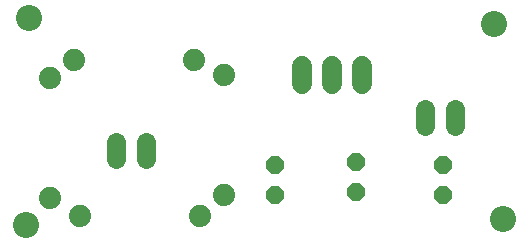
<source format=gbr>
G04 EAGLE Gerber RS-274X export*
G75*
%MOMM*%
%FSLAX34Y34*%
%LPD*%
%INSoldermask Bottom*%
%IPPOS*%
%AMOC8*
5,1,8,0,0,1.08239X$1,22.5*%
G01*
%ADD10C,2.203200*%
%ADD11C,1.625600*%
%ADD12P,1.649562X8X112.500000*%
%ADD13C,1.879600*%
%ADD14C,1.727200*%


D10*
X17780Y198120D03*
X15240Y22860D03*
X411480Y193040D03*
X419100Y27940D03*
D11*
X353060Y107188D02*
X353060Y121412D01*
X378460Y121412D02*
X378460Y107188D01*
D12*
X226060Y48260D03*
X226060Y73660D03*
X294640Y50800D03*
X294640Y76200D03*
X368300Y48260D03*
X368300Y73660D03*
D13*
X55880Y162560D03*
X157480Y162560D03*
X182880Y48260D03*
X182880Y149860D03*
X60960Y30480D03*
X162560Y30480D03*
X35560Y45720D03*
X35560Y147320D03*
D14*
X248920Y142240D02*
X248920Y157480D01*
X274320Y157480D02*
X274320Y142240D01*
X299720Y142240D02*
X299720Y157480D01*
D11*
X91440Y93472D02*
X91440Y79248D01*
X116840Y79248D02*
X116840Y93472D01*
M02*

</source>
